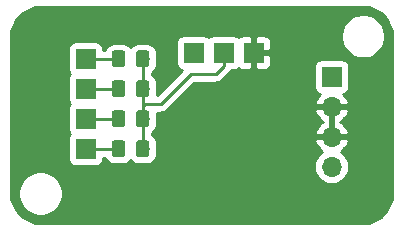
<source format=gbr>
G04 #@! TF.GenerationSoftware,KiCad,Pcbnew,5.1.2-f72e74a~84~ubuntu18.04.1*
G04 #@! TF.CreationDate,2019-07-02T23:06:04+08:00*
G04 #@! TF.ProjectId,cs4354-daughterboard,63733433-3534-42d6-9461-756768746572,rev?*
G04 #@! TF.SameCoordinates,Original*
G04 #@! TF.FileFunction,Copper,L2,Bot*
G04 #@! TF.FilePolarity,Positive*
%FSLAX46Y46*%
G04 Gerber Fmt 4.6, Leading zero omitted, Abs format (unit mm)*
G04 Created by KiCad (PCBNEW 5.1.2-f72e74a~84~ubuntu18.04.1) date 2019-07-02 23:06:04*
%MOMM*%
%LPD*%
G04 APERTURE LIST*
%ADD10C,0.100000*%
%ADD11C,1.150000*%
%ADD12R,1.700000X1.700000*%
%ADD13O,1.700000X1.700000*%
%ADD14C,0.800000*%
%ADD15C,0.250000*%
%ADD16C,0.254000*%
G04 APERTURE END LIST*
D10*
G36*
X133200505Y-67373204D02*
G01*
X133224773Y-67376804D01*
X133248572Y-67382765D01*
X133271671Y-67391030D01*
X133293850Y-67401520D01*
X133314893Y-67414132D01*
X133334599Y-67428747D01*
X133352777Y-67445223D01*
X133369253Y-67463401D01*
X133383868Y-67483107D01*
X133396480Y-67504150D01*
X133406970Y-67526329D01*
X133415235Y-67549428D01*
X133421196Y-67573227D01*
X133424796Y-67597495D01*
X133426000Y-67621999D01*
X133426000Y-68522001D01*
X133424796Y-68546505D01*
X133421196Y-68570773D01*
X133415235Y-68594572D01*
X133406970Y-68617671D01*
X133396480Y-68639850D01*
X133383868Y-68660893D01*
X133369253Y-68680599D01*
X133352777Y-68698777D01*
X133334599Y-68715253D01*
X133314893Y-68729868D01*
X133293850Y-68742480D01*
X133271671Y-68752970D01*
X133248572Y-68761235D01*
X133224773Y-68767196D01*
X133200505Y-68770796D01*
X133176001Y-68772000D01*
X132525999Y-68772000D01*
X132501495Y-68770796D01*
X132477227Y-68767196D01*
X132453428Y-68761235D01*
X132430329Y-68752970D01*
X132408150Y-68742480D01*
X132387107Y-68729868D01*
X132367401Y-68715253D01*
X132349223Y-68698777D01*
X132332747Y-68680599D01*
X132318132Y-68660893D01*
X132305520Y-68639850D01*
X132295030Y-68617671D01*
X132286765Y-68594572D01*
X132280804Y-68570773D01*
X132277204Y-68546505D01*
X132276000Y-68522001D01*
X132276000Y-67621999D01*
X132277204Y-67597495D01*
X132280804Y-67573227D01*
X132286765Y-67549428D01*
X132295030Y-67526329D01*
X132305520Y-67504150D01*
X132318132Y-67483107D01*
X132332747Y-67463401D01*
X132349223Y-67445223D01*
X132367401Y-67428747D01*
X132387107Y-67414132D01*
X132408150Y-67401520D01*
X132430329Y-67391030D01*
X132453428Y-67382765D01*
X132477227Y-67376804D01*
X132501495Y-67373204D01*
X132525999Y-67372000D01*
X133176001Y-67372000D01*
X133200505Y-67373204D01*
X133200505Y-67373204D01*
G37*
D11*
X132851000Y-68072000D03*
D10*
G36*
X131150505Y-67373204D02*
G01*
X131174773Y-67376804D01*
X131198572Y-67382765D01*
X131221671Y-67391030D01*
X131243850Y-67401520D01*
X131264893Y-67414132D01*
X131284599Y-67428747D01*
X131302777Y-67445223D01*
X131319253Y-67463401D01*
X131333868Y-67483107D01*
X131346480Y-67504150D01*
X131356970Y-67526329D01*
X131365235Y-67549428D01*
X131371196Y-67573227D01*
X131374796Y-67597495D01*
X131376000Y-67621999D01*
X131376000Y-68522001D01*
X131374796Y-68546505D01*
X131371196Y-68570773D01*
X131365235Y-68594572D01*
X131356970Y-68617671D01*
X131346480Y-68639850D01*
X131333868Y-68660893D01*
X131319253Y-68680599D01*
X131302777Y-68698777D01*
X131284599Y-68715253D01*
X131264893Y-68729868D01*
X131243850Y-68742480D01*
X131221671Y-68752970D01*
X131198572Y-68761235D01*
X131174773Y-68767196D01*
X131150505Y-68770796D01*
X131126001Y-68772000D01*
X130475999Y-68772000D01*
X130451495Y-68770796D01*
X130427227Y-68767196D01*
X130403428Y-68761235D01*
X130380329Y-68752970D01*
X130358150Y-68742480D01*
X130337107Y-68729868D01*
X130317401Y-68715253D01*
X130299223Y-68698777D01*
X130282747Y-68680599D01*
X130268132Y-68660893D01*
X130255520Y-68639850D01*
X130245030Y-68617671D01*
X130236765Y-68594572D01*
X130230804Y-68570773D01*
X130227204Y-68546505D01*
X130226000Y-68522001D01*
X130226000Y-67621999D01*
X130227204Y-67597495D01*
X130230804Y-67573227D01*
X130236765Y-67549428D01*
X130245030Y-67526329D01*
X130255520Y-67504150D01*
X130268132Y-67483107D01*
X130282747Y-67463401D01*
X130299223Y-67445223D01*
X130317401Y-67428747D01*
X130337107Y-67414132D01*
X130358150Y-67401520D01*
X130380329Y-67391030D01*
X130403428Y-67382765D01*
X130427227Y-67376804D01*
X130451495Y-67373204D01*
X130475999Y-67372000D01*
X131126001Y-67372000D01*
X131150505Y-67373204D01*
X131150505Y-67373204D01*
G37*
D11*
X130801000Y-68072000D03*
D10*
G36*
X133200505Y-64833204D02*
G01*
X133224773Y-64836804D01*
X133248572Y-64842765D01*
X133271671Y-64851030D01*
X133293850Y-64861520D01*
X133314893Y-64874132D01*
X133334599Y-64888747D01*
X133352777Y-64905223D01*
X133369253Y-64923401D01*
X133383868Y-64943107D01*
X133396480Y-64964150D01*
X133406970Y-64986329D01*
X133415235Y-65009428D01*
X133421196Y-65033227D01*
X133424796Y-65057495D01*
X133426000Y-65081999D01*
X133426000Y-65982001D01*
X133424796Y-66006505D01*
X133421196Y-66030773D01*
X133415235Y-66054572D01*
X133406970Y-66077671D01*
X133396480Y-66099850D01*
X133383868Y-66120893D01*
X133369253Y-66140599D01*
X133352777Y-66158777D01*
X133334599Y-66175253D01*
X133314893Y-66189868D01*
X133293850Y-66202480D01*
X133271671Y-66212970D01*
X133248572Y-66221235D01*
X133224773Y-66227196D01*
X133200505Y-66230796D01*
X133176001Y-66232000D01*
X132525999Y-66232000D01*
X132501495Y-66230796D01*
X132477227Y-66227196D01*
X132453428Y-66221235D01*
X132430329Y-66212970D01*
X132408150Y-66202480D01*
X132387107Y-66189868D01*
X132367401Y-66175253D01*
X132349223Y-66158777D01*
X132332747Y-66140599D01*
X132318132Y-66120893D01*
X132305520Y-66099850D01*
X132295030Y-66077671D01*
X132286765Y-66054572D01*
X132280804Y-66030773D01*
X132277204Y-66006505D01*
X132276000Y-65982001D01*
X132276000Y-65081999D01*
X132277204Y-65057495D01*
X132280804Y-65033227D01*
X132286765Y-65009428D01*
X132295030Y-64986329D01*
X132305520Y-64964150D01*
X132318132Y-64943107D01*
X132332747Y-64923401D01*
X132349223Y-64905223D01*
X132367401Y-64888747D01*
X132387107Y-64874132D01*
X132408150Y-64861520D01*
X132430329Y-64851030D01*
X132453428Y-64842765D01*
X132477227Y-64836804D01*
X132501495Y-64833204D01*
X132525999Y-64832000D01*
X133176001Y-64832000D01*
X133200505Y-64833204D01*
X133200505Y-64833204D01*
G37*
D11*
X132851000Y-65532000D03*
D10*
G36*
X131150505Y-64833204D02*
G01*
X131174773Y-64836804D01*
X131198572Y-64842765D01*
X131221671Y-64851030D01*
X131243850Y-64861520D01*
X131264893Y-64874132D01*
X131284599Y-64888747D01*
X131302777Y-64905223D01*
X131319253Y-64923401D01*
X131333868Y-64943107D01*
X131346480Y-64964150D01*
X131356970Y-64986329D01*
X131365235Y-65009428D01*
X131371196Y-65033227D01*
X131374796Y-65057495D01*
X131376000Y-65081999D01*
X131376000Y-65982001D01*
X131374796Y-66006505D01*
X131371196Y-66030773D01*
X131365235Y-66054572D01*
X131356970Y-66077671D01*
X131346480Y-66099850D01*
X131333868Y-66120893D01*
X131319253Y-66140599D01*
X131302777Y-66158777D01*
X131284599Y-66175253D01*
X131264893Y-66189868D01*
X131243850Y-66202480D01*
X131221671Y-66212970D01*
X131198572Y-66221235D01*
X131174773Y-66227196D01*
X131150505Y-66230796D01*
X131126001Y-66232000D01*
X130475999Y-66232000D01*
X130451495Y-66230796D01*
X130427227Y-66227196D01*
X130403428Y-66221235D01*
X130380329Y-66212970D01*
X130358150Y-66202480D01*
X130337107Y-66189868D01*
X130317401Y-66175253D01*
X130299223Y-66158777D01*
X130282747Y-66140599D01*
X130268132Y-66120893D01*
X130255520Y-66099850D01*
X130245030Y-66077671D01*
X130236765Y-66054572D01*
X130230804Y-66030773D01*
X130227204Y-66006505D01*
X130226000Y-65982001D01*
X130226000Y-65081999D01*
X130227204Y-65057495D01*
X130230804Y-65033227D01*
X130236765Y-65009428D01*
X130245030Y-64986329D01*
X130255520Y-64964150D01*
X130268132Y-64943107D01*
X130282747Y-64923401D01*
X130299223Y-64905223D01*
X130317401Y-64888747D01*
X130337107Y-64874132D01*
X130358150Y-64861520D01*
X130380329Y-64851030D01*
X130403428Y-64842765D01*
X130427227Y-64836804D01*
X130451495Y-64833204D01*
X130475999Y-64832000D01*
X131126001Y-64832000D01*
X131150505Y-64833204D01*
X131150505Y-64833204D01*
G37*
D11*
X130801000Y-65532000D03*
D10*
G36*
X133200505Y-62293204D02*
G01*
X133224773Y-62296804D01*
X133248572Y-62302765D01*
X133271671Y-62311030D01*
X133293850Y-62321520D01*
X133314893Y-62334132D01*
X133334599Y-62348747D01*
X133352777Y-62365223D01*
X133369253Y-62383401D01*
X133383868Y-62403107D01*
X133396480Y-62424150D01*
X133406970Y-62446329D01*
X133415235Y-62469428D01*
X133421196Y-62493227D01*
X133424796Y-62517495D01*
X133426000Y-62541999D01*
X133426000Y-63442001D01*
X133424796Y-63466505D01*
X133421196Y-63490773D01*
X133415235Y-63514572D01*
X133406970Y-63537671D01*
X133396480Y-63559850D01*
X133383868Y-63580893D01*
X133369253Y-63600599D01*
X133352777Y-63618777D01*
X133334599Y-63635253D01*
X133314893Y-63649868D01*
X133293850Y-63662480D01*
X133271671Y-63672970D01*
X133248572Y-63681235D01*
X133224773Y-63687196D01*
X133200505Y-63690796D01*
X133176001Y-63692000D01*
X132525999Y-63692000D01*
X132501495Y-63690796D01*
X132477227Y-63687196D01*
X132453428Y-63681235D01*
X132430329Y-63672970D01*
X132408150Y-63662480D01*
X132387107Y-63649868D01*
X132367401Y-63635253D01*
X132349223Y-63618777D01*
X132332747Y-63600599D01*
X132318132Y-63580893D01*
X132305520Y-63559850D01*
X132295030Y-63537671D01*
X132286765Y-63514572D01*
X132280804Y-63490773D01*
X132277204Y-63466505D01*
X132276000Y-63442001D01*
X132276000Y-62541999D01*
X132277204Y-62517495D01*
X132280804Y-62493227D01*
X132286765Y-62469428D01*
X132295030Y-62446329D01*
X132305520Y-62424150D01*
X132318132Y-62403107D01*
X132332747Y-62383401D01*
X132349223Y-62365223D01*
X132367401Y-62348747D01*
X132387107Y-62334132D01*
X132408150Y-62321520D01*
X132430329Y-62311030D01*
X132453428Y-62302765D01*
X132477227Y-62296804D01*
X132501495Y-62293204D01*
X132525999Y-62292000D01*
X133176001Y-62292000D01*
X133200505Y-62293204D01*
X133200505Y-62293204D01*
G37*
D11*
X132851000Y-62992000D03*
D10*
G36*
X131150505Y-62293204D02*
G01*
X131174773Y-62296804D01*
X131198572Y-62302765D01*
X131221671Y-62311030D01*
X131243850Y-62321520D01*
X131264893Y-62334132D01*
X131284599Y-62348747D01*
X131302777Y-62365223D01*
X131319253Y-62383401D01*
X131333868Y-62403107D01*
X131346480Y-62424150D01*
X131356970Y-62446329D01*
X131365235Y-62469428D01*
X131371196Y-62493227D01*
X131374796Y-62517495D01*
X131376000Y-62541999D01*
X131376000Y-63442001D01*
X131374796Y-63466505D01*
X131371196Y-63490773D01*
X131365235Y-63514572D01*
X131356970Y-63537671D01*
X131346480Y-63559850D01*
X131333868Y-63580893D01*
X131319253Y-63600599D01*
X131302777Y-63618777D01*
X131284599Y-63635253D01*
X131264893Y-63649868D01*
X131243850Y-63662480D01*
X131221671Y-63672970D01*
X131198572Y-63681235D01*
X131174773Y-63687196D01*
X131150505Y-63690796D01*
X131126001Y-63692000D01*
X130475999Y-63692000D01*
X130451495Y-63690796D01*
X130427227Y-63687196D01*
X130403428Y-63681235D01*
X130380329Y-63672970D01*
X130358150Y-63662480D01*
X130337107Y-63649868D01*
X130317401Y-63635253D01*
X130299223Y-63618777D01*
X130282747Y-63600599D01*
X130268132Y-63580893D01*
X130255520Y-63559850D01*
X130245030Y-63537671D01*
X130236765Y-63514572D01*
X130230804Y-63490773D01*
X130227204Y-63466505D01*
X130226000Y-63442001D01*
X130226000Y-62541999D01*
X130227204Y-62517495D01*
X130230804Y-62493227D01*
X130236765Y-62469428D01*
X130245030Y-62446329D01*
X130255520Y-62424150D01*
X130268132Y-62403107D01*
X130282747Y-62383401D01*
X130299223Y-62365223D01*
X130317401Y-62348747D01*
X130337107Y-62334132D01*
X130358150Y-62321520D01*
X130380329Y-62311030D01*
X130403428Y-62302765D01*
X130427227Y-62296804D01*
X130451495Y-62293204D01*
X130475999Y-62292000D01*
X131126001Y-62292000D01*
X131150505Y-62293204D01*
X131150505Y-62293204D01*
G37*
D11*
X130801000Y-62992000D03*
D10*
G36*
X133200505Y-59753204D02*
G01*
X133224773Y-59756804D01*
X133248572Y-59762765D01*
X133271671Y-59771030D01*
X133293850Y-59781520D01*
X133314893Y-59794132D01*
X133334599Y-59808747D01*
X133352777Y-59825223D01*
X133369253Y-59843401D01*
X133383868Y-59863107D01*
X133396480Y-59884150D01*
X133406970Y-59906329D01*
X133415235Y-59929428D01*
X133421196Y-59953227D01*
X133424796Y-59977495D01*
X133426000Y-60001999D01*
X133426000Y-60902001D01*
X133424796Y-60926505D01*
X133421196Y-60950773D01*
X133415235Y-60974572D01*
X133406970Y-60997671D01*
X133396480Y-61019850D01*
X133383868Y-61040893D01*
X133369253Y-61060599D01*
X133352777Y-61078777D01*
X133334599Y-61095253D01*
X133314893Y-61109868D01*
X133293850Y-61122480D01*
X133271671Y-61132970D01*
X133248572Y-61141235D01*
X133224773Y-61147196D01*
X133200505Y-61150796D01*
X133176001Y-61152000D01*
X132525999Y-61152000D01*
X132501495Y-61150796D01*
X132477227Y-61147196D01*
X132453428Y-61141235D01*
X132430329Y-61132970D01*
X132408150Y-61122480D01*
X132387107Y-61109868D01*
X132367401Y-61095253D01*
X132349223Y-61078777D01*
X132332747Y-61060599D01*
X132318132Y-61040893D01*
X132305520Y-61019850D01*
X132295030Y-60997671D01*
X132286765Y-60974572D01*
X132280804Y-60950773D01*
X132277204Y-60926505D01*
X132276000Y-60902001D01*
X132276000Y-60001999D01*
X132277204Y-59977495D01*
X132280804Y-59953227D01*
X132286765Y-59929428D01*
X132295030Y-59906329D01*
X132305520Y-59884150D01*
X132318132Y-59863107D01*
X132332747Y-59843401D01*
X132349223Y-59825223D01*
X132367401Y-59808747D01*
X132387107Y-59794132D01*
X132408150Y-59781520D01*
X132430329Y-59771030D01*
X132453428Y-59762765D01*
X132477227Y-59756804D01*
X132501495Y-59753204D01*
X132525999Y-59752000D01*
X133176001Y-59752000D01*
X133200505Y-59753204D01*
X133200505Y-59753204D01*
G37*
D11*
X132851000Y-60452000D03*
D10*
G36*
X131150505Y-59753204D02*
G01*
X131174773Y-59756804D01*
X131198572Y-59762765D01*
X131221671Y-59771030D01*
X131243850Y-59781520D01*
X131264893Y-59794132D01*
X131284599Y-59808747D01*
X131302777Y-59825223D01*
X131319253Y-59843401D01*
X131333868Y-59863107D01*
X131346480Y-59884150D01*
X131356970Y-59906329D01*
X131365235Y-59929428D01*
X131371196Y-59953227D01*
X131374796Y-59977495D01*
X131376000Y-60001999D01*
X131376000Y-60902001D01*
X131374796Y-60926505D01*
X131371196Y-60950773D01*
X131365235Y-60974572D01*
X131356970Y-60997671D01*
X131346480Y-61019850D01*
X131333868Y-61040893D01*
X131319253Y-61060599D01*
X131302777Y-61078777D01*
X131284599Y-61095253D01*
X131264893Y-61109868D01*
X131243850Y-61122480D01*
X131221671Y-61132970D01*
X131198572Y-61141235D01*
X131174773Y-61147196D01*
X131150505Y-61150796D01*
X131126001Y-61152000D01*
X130475999Y-61152000D01*
X130451495Y-61150796D01*
X130427227Y-61147196D01*
X130403428Y-61141235D01*
X130380329Y-61132970D01*
X130358150Y-61122480D01*
X130337107Y-61109868D01*
X130317401Y-61095253D01*
X130299223Y-61078777D01*
X130282747Y-61060599D01*
X130268132Y-61040893D01*
X130255520Y-61019850D01*
X130245030Y-60997671D01*
X130236765Y-60974572D01*
X130230804Y-60950773D01*
X130227204Y-60926505D01*
X130226000Y-60902001D01*
X130226000Y-60001999D01*
X130227204Y-59977495D01*
X130230804Y-59953227D01*
X130236765Y-59929428D01*
X130245030Y-59906329D01*
X130255520Y-59884150D01*
X130268132Y-59863107D01*
X130282747Y-59843401D01*
X130299223Y-59825223D01*
X130317401Y-59808747D01*
X130337107Y-59794132D01*
X130358150Y-59781520D01*
X130380329Y-59771030D01*
X130403428Y-59762765D01*
X130427227Y-59756804D01*
X130451495Y-59753204D01*
X130475999Y-59752000D01*
X131126001Y-59752000D01*
X131150505Y-59753204D01*
X131150505Y-59753204D01*
G37*
D11*
X130801000Y-60452000D03*
D12*
X137160000Y-59944000D03*
X142240000Y-59944000D03*
D13*
X148844000Y-69596000D03*
X148844000Y-67056000D03*
X148844000Y-64516000D03*
D12*
X148844000Y-61976000D03*
X128016000Y-68072000D03*
X128016000Y-65532000D03*
X128016000Y-62992000D03*
X128016000Y-60479741D03*
X139700000Y-59944000D03*
D14*
X135382000Y-68072000D03*
X142367000Y-68961000D03*
D15*
X139700000Y-61044000D02*
X139700000Y-59944000D01*
X139022000Y-61722000D02*
X139700000Y-61044000D01*
X139022000Y-61722000D02*
X136906000Y-61722000D01*
X136906000Y-61722000D02*
X134366000Y-64262000D01*
X134366000Y-64262000D02*
X133096000Y-64262000D01*
X133096000Y-64262000D02*
X132851000Y-64507000D01*
X132851000Y-60452000D02*
X132851000Y-64507000D01*
X132851000Y-64507000D02*
X132851000Y-68072000D01*
X130801000Y-65532000D02*
X128016000Y-65532000D01*
X128016000Y-62992000D02*
X130801000Y-62992000D01*
X128043741Y-60452000D02*
X128016000Y-60479741D01*
X130801000Y-60452000D02*
X128043741Y-60452000D01*
X127771000Y-67827000D02*
X128016000Y-68072000D01*
X129116000Y-68072000D02*
X130801000Y-68072000D01*
X128016000Y-68072000D02*
X129116000Y-68072000D01*
D16*
G36*
X153010233Y-56569969D02*
G01*
X153488030Y-57047766D01*
X154001000Y-58073707D01*
X154001000Y-58513354D01*
X154001001Y-71848343D01*
X154001000Y-71848353D01*
X154001000Y-72355293D01*
X153488030Y-73381234D01*
X153010233Y-73859031D01*
X151984294Y-74372000D01*
X123732707Y-74372000D01*
X122706766Y-73859030D01*
X122228969Y-73381233D01*
X121716000Y-72355294D01*
X121716000Y-71696344D01*
X122321000Y-71696344D01*
X122321000Y-72067656D01*
X122393439Y-72431834D01*
X122535534Y-72774882D01*
X122741825Y-73083618D01*
X123004382Y-73346175D01*
X123313118Y-73552466D01*
X123656166Y-73694561D01*
X124020344Y-73767000D01*
X124391656Y-73767000D01*
X124755834Y-73694561D01*
X125098882Y-73552466D01*
X125407618Y-73346175D01*
X125670175Y-73083618D01*
X125876466Y-72774882D01*
X126018561Y-72431834D01*
X126091000Y-72067656D01*
X126091000Y-71696344D01*
X126018561Y-71332166D01*
X125876466Y-70989118D01*
X125670175Y-70680382D01*
X125407618Y-70417825D01*
X125098882Y-70211534D01*
X124755834Y-70069439D01*
X124391656Y-69997000D01*
X124020344Y-69997000D01*
X123656166Y-70069439D01*
X123313118Y-70211534D01*
X123004382Y-70417825D01*
X122741825Y-70680382D01*
X122535534Y-70989118D01*
X122393439Y-71332166D01*
X122321000Y-71696344D01*
X121716000Y-71696344D01*
X121716000Y-69596000D01*
X147351815Y-69596000D01*
X147380487Y-69887111D01*
X147465401Y-70167034D01*
X147603294Y-70425014D01*
X147788866Y-70651134D01*
X148014986Y-70836706D01*
X148272966Y-70974599D01*
X148552889Y-71059513D01*
X148771050Y-71081000D01*
X148916950Y-71081000D01*
X149135111Y-71059513D01*
X149415034Y-70974599D01*
X149673014Y-70836706D01*
X149899134Y-70651134D01*
X150084706Y-70425014D01*
X150222599Y-70167034D01*
X150307513Y-69887111D01*
X150336185Y-69596000D01*
X150307513Y-69304889D01*
X150222599Y-69024966D01*
X150084706Y-68766986D01*
X149899134Y-68540866D01*
X149673014Y-68355294D01*
X149608477Y-68320799D01*
X149725355Y-68251178D01*
X149941588Y-68056269D01*
X150115641Y-67822920D01*
X150240825Y-67560099D01*
X150285476Y-67412890D01*
X150164155Y-67183000D01*
X148971000Y-67183000D01*
X148971000Y-67203000D01*
X148717000Y-67203000D01*
X148717000Y-67183000D01*
X147523845Y-67183000D01*
X147402524Y-67412890D01*
X147447175Y-67560099D01*
X147572359Y-67822920D01*
X147746412Y-68056269D01*
X147962645Y-68251178D01*
X148079523Y-68320799D01*
X148014986Y-68355294D01*
X147788866Y-68540866D01*
X147603294Y-68766986D01*
X147465401Y-69024966D01*
X147380487Y-69304889D01*
X147351815Y-69596000D01*
X121716000Y-69596000D01*
X121716000Y-59629741D01*
X126527928Y-59629741D01*
X126527928Y-61329741D01*
X126540188Y-61454223D01*
X126576498Y-61573921D01*
X126635463Y-61684235D01*
X126677839Y-61735870D01*
X126635463Y-61787506D01*
X126576498Y-61897820D01*
X126540188Y-62017518D01*
X126527928Y-62142000D01*
X126527928Y-63842000D01*
X126540188Y-63966482D01*
X126576498Y-64086180D01*
X126635463Y-64196494D01*
X126689222Y-64262000D01*
X126635463Y-64327506D01*
X126576498Y-64437820D01*
X126540188Y-64557518D01*
X126527928Y-64682000D01*
X126527928Y-66382000D01*
X126540188Y-66506482D01*
X126576498Y-66626180D01*
X126635463Y-66736494D01*
X126689222Y-66802000D01*
X126635463Y-66867506D01*
X126576498Y-66977820D01*
X126540188Y-67097518D01*
X126527928Y-67222000D01*
X126527928Y-68922000D01*
X126540188Y-69046482D01*
X126576498Y-69166180D01*
X126635463Y-69276494D01*
X126714815Y-69373185D01*
X126811506Y-69452537D01*
X126921820Y-69511502D01*
X127041518Y-69547812D01*
X127166000Y-69560072D01*
X128866000Y-69560072D01*
X128990482Y-69547812D01*
X129110180Y-69511502D01*
X129220494Y-69452537D01*
X129317185Y-69373185D01*
X129396537Y-69276494D01*
X129455502Y-69166180D01*
X129491812Y-69046482D01*
X129504072Y-68922000D01*
X129504072Y-68832000D01*
X129646473Y-68832000D01*
X129655528Y-68861851D01*
X129737595Y-69015387D01*
X129848038Y-69149962D01*
X129982613Y-69260405D01*
X130136149Y-69342472D01*
X130302745Y-69393008D01*
X130475999Y-69410072D01*
X131126001Y-69410072D01*
X131299255Y-69393008D01*
X131465851Y-69342472D01*
X131619387Y-69260405D01*
X131753962Y-69149962D01*
X131826000Y-69062184D01*
X131898038Y-69149962D01*
X132032613Y-69260405D01*
X132186149Y-69342472D01*
X132352745Y-69393008D01*
X132525999Y-69410072D01*
X133176001Y-69410072D01*
X133349255Y-69393008D01*
X133515851Y-69342472D01*
X133669387Y-69260405D01*
X133803962Y-69149962D01*
X133914405Y-69015387D01*
X133996472Y-68861851D01*
X134047008Y-68695255D01*
X134064072Y-68522001D01*
X134064072Y-67621999D01*
X134047008Y-67448745D01*
X133996472Y-67282149D01*
X133914405Y-67128613D01*
X133803962Y-66994038D01*
X133669387Y-66883595D01*
X133611000Y-66852386D01*
X133611000Y-66751614D01*
X133669387Y-66720405D01*
X133803962Y-66609962D01*
X133914405Y-66475387D01*
X133996472Y-66321851D01*
X134047008Y-66155255D01*
X134064072Y-65982001D01*
X134064072Y-65081999D01*
X134058163Y-65022000D01*
X134328678Y-65022000D01*
X134366000Y-65025676D01*
X134403322Y-65022000D01*
X134403333Y-65022000D01*
X134514986Y-65011003D01*
X134658247Y-64967546D01*
X134790276Y-64896974D01*
X134819622Y-64872890D01*
X147402524Y-64872890D01*
X147447175Y-65020099D01*
X147572359Y-65282920D01*
X147746412Y-65516269D01*
X147962645Y-65711178D01*
X148088255Y-65786000D01*
X147962645Y-65860822D01*
X147746412Y-66055731D01*
X147572359Y-66289080D01*
X147447175Y-66551901D01*
X147402524Y-66699110D01*
X147523845Y-66929000D01*
X148717000Y-66929000D01*
X148717000Y-64643000D01*
X148971000Y-64643000D01*
X148971000Y-66929000D01*
X150164155Y-66929000D01*
X150285476Y-66699110D01*
X150240825Y-66551901D01*
X150115641Y-66289080D01*
X149941588Y-66055731D01*
X149725355Y-65860822D01*
X149599745Y-65786000D01*
X149725355Y-65711178D01*
X149941588Y-65516269D01*
X150115641Y-65282920D01*
X150240825Y-65020099D01*
X150285476Y-64872890D01*
X150164155Y-64643000D01*
X148971000Y-64643000D01*
X148717000Y-64643000D01*
X147523845Y-64643000D01*
X147402524Y-64872890D01*
X134819622Y-64872890D01*
X134906001Y-64802001D01*
X134929804Y-64772997D01*
X137220803Y-62482000D01*
X138984678Y-62482000D01*
X139022000Y-62485676D01*
X139059322Y-62482000D01*
X139059333Y-62482000D01*
X139170986Y-62471003D01*
X139314247Y-62427546D01*
X139446276Y-62356974D01*
X139562001Y-62262001D01*
X139585803Y-62232998D01*
X140211004Y-61607798D01*
X140240001Y-61584001D01*
X140334974Y-61468276D01*
X140354326Y-61432072D01*
X140550000Y-61432072D01*
X140674482Y-61419812D01*
X140794180Y-61383502D01*
X140904494Y-61324537D01*
X140970000Y-61270778D01*
X141035506Y-61324537D01*
X141145820Y-61383502D01*
X141265518Y-61419812D01*
X141390000Y-61432072D01*
X141954250Y-61429000D01*
X142113000Y-61270250D01*
X142113000Y-60071000D01*
X142367000Y-60071000D01*
X142367000Y-61270250D01*
X142525750Y-61429000D01*
X143090000Y-61432072D01*
X143214482Y-61419812D01*
X143334180Y-61383502D01*
X143444494Y-61324537D01*
X143541185Y-61245185D01*
X143620537Y-61148494D01*
X143632560Y-61126000D01*
X147355928Y-61126000D01*
X147355928Y-62826000D01*
X147368188Y-62950482D01*
X147404498Y-63070180D01*
X147463463Y-63180494D01*
X147542815Y-63277185D01*
X147639506Y-63356537D01*
X147749820Y-63415502D01*
X147830466Y-63439966D01*
X147746412Y-63515731D01*
X147572359Y-63749080D01*
X147447175Y-64011901D01*
X147402524Y-64159110D01*
X147523845Y-64389000D01*
X148717000Y-64389000D01*
X148717000Y-64369000D01*
X148971000Y-64369000D01*
X148971000Y-64389000D01*
X150164155Y-64389000D01*
X150285476Y-64159110D01*
X150240825Y-64011901D01*
X150115641Y-63749080D01*
X149941588Y-63515731D01*
X149857534Y-63439966D01*
X149938180Y-63415502D01*
X150048494Y-63356537D01*
X150145185Y-63277185D01*
X150224537Y-63180494D01*
X150283502Y-63070180D01*
X150319812Y-62950482D01*
X150332072Y-62826000D01*
X150332072Y-61126000D01*
X150319812Y-61001518D01*
X150283502Y-60881820D01*
X150224537Y-60771506D01*
X150145185Y-60674815D01*
X150048494Y-60595463D01*
X149938180Y-60536498D01*
X149818482Y-60500188D01*
X149694000Y-60487928D01*
X147994000Y-60487928D01*
X147869518Y-60500188D01*
X147749820Y-60536498D01*
X147639506Y-60595463D01*
X147542815Y-60674815D01*
X147463463Y-60771506D01*
X147404498Y-60881820D01*
X147368188Y-61001518D01*
X147355928Y-61126000D01*
X143632560Y-61126000D01*
X143679502Y-61038180D01*
X143715812Y-60918482D01*
X143728072Y-60794000D01*
X143725000Y-60229750D01*
X143566250Y-60071000D01*
X142367000Y-60071000D01*
X142113000Y-60071000D01*
X142093000Y-60071000D01*
X142093000Y-59817000D01*
X142113000Y-59817000D01*
X142113000Y-58617750D01*
X142367000Y-58617750D01*
X142367000Y-59817000D01*
X143566250Y-59817000D01*
X143725000Y-59658250D01*
X143728072Y-59094000D01*
X143715812Y-58969518D01*
X143679502Y-58849820D01*
X143620537Y-58739506D01*
X143541185Y-58642815D01*
X143444494Y-58563463D01*
X143334180Y-58504498D01*
X143214482Y-58468188D01*
X143090000Y-58455928D01*
X142525750Y-58459000D01*
X142367000Y-58617750D01*
X142113000Y-58617750D01*
X141954250Y-58459000D01*
X141390000Y-58455928D01*
X141265518Y-58468188D01*
X141145820Y-58504498D01*
X141035506Y-58563463D01*
X140970000Y-58617222D01*
X140904494Y-58563463D01*
X140794180Y-58504498D01*
X140674482Y-58468188D01*
X140550000Y-58455928D01*
X138850000Y-58455928D01*
X138725518Y-58468188D01*
X138605820Y-58504498D01*
X138495506Y-58563463D01*
X138430000Y-58617222D01*
X138364494Y-58563463D01*
X138254180Y-58504498D01*
X138134482Y-58468188D01*
X138010000Y-58455928D01*
X136310000Y-58455928D01*
X136185518Y-58468188D01*
X136065820Y-58504498D01*
X135955506Y-58563463D01*
X135858815Y-58642815D01*
X135779463Y-58739506D01*
X135720498Y-58849820D01*
X135684188Y-58969518D01*
X135671928Y-59094000D01*
X135671928Y-60794000D01*
X135684188Y-60918482D01*
X135720498Y-61038180D01*
X135779463Y-61148494D01*
X135858815Y-61245185D01*
X135955506Y-61324537D01*
X136065820Y-61383502D01*
X136145519Y-61407678D01*
X134058923Y-63494275D01*
X134064072Y-63442001D01*
X134064072Y-62541999D01*
X134047008Y-62368745D01*
X133996472Y-62202149D01*
X133914405Y-62048613D01*
X133803962Y-61914038D01*
X133669387Y-61803595D01*
X133611000Y-61772386D01*
X133611000Y-61671614D01*
X133669387Y-61640405D01*
X133803962Y-61529962D01*
X133914405Y-61395387D01*
X133996472Y-61241851D01*
X134047008Y-61075255D01*
X134064072Y-60902001D01*
X134064072Y-60001999D01*
X134047008Y-59828745D01*
X133996472Y-59662149D01*
X133914405Y-59508613D01*
X133803962Y-59374038D01*
X133669387Y-59263595D01*
X133515851Y-59181528D01*
X133349255Y-59130992D01*
X133176001Y-59113928D01*
X132525999Y-59113928D01*
X132352745Y-59130992D01*
X132186149Y-59181528D01*
X132032613Y-59263595D01*
X131898038Y-59374038D01*
X131826000Y-59461816D01*
X131753962Y-59374038D01*
X131619387Y-59263595D01*
X131465851Y-59181528D01*
X131299255Y-59130992D01*
X131126001Y-59113928D01*
X130475999Y-59113928D01*
X130302745Y-59130992D01*
X130136149Y-59181528D01*
X129982613Y-59263595D01*
X129848038Y-59374038D01*
X129737595Y-59508613D01*
X129655528Y-59662149D01*
X129646473Y-59692000D01*
X129504072Y-59692000D01*
X129504072Y-59629741D01*
X129491812Y-59505259D01*
X129455502Y-59385561D01*
X129396537Y-59275247D01*
X129317185Y-59178556D01*
X129220494Y-59099204D01*
X129110180Y-59040239D01*
X128990482Y-59003929D01*
X128866000Y-58991669D01*
X127166000Y-58991669D01*
X127041518Y-59003929D01*
X126921820Y-59040239D01*
X126811506Y-59099204D01*
X126714815Y-59178556D01*
X126635463Y-59275247D01*
X126576498Y-59385561D01*
X126540188Y-59505259D01*
X126527928Y-59629741D01*
X121716000Y-59629741D01*
X121716000Y-58361344D01*
X149626000Y-58361344D01*
X149626000Y-58732656D01*
X149698439Y-59096834D01*
X149840534Y-59439882D01*
X150046825Y-59748618D01*
X150309382Y-60011175D01*
X150618118Y-60217466D01*
X150961166Y-60359561D01*
X151325344Y-60432000D01*
X151696656Y-60432000D01*
X152060834Y-60359561D01*
X152403882Y-60217466D01*
X152712618Y-60011175D01*
X152975175Y-59748618D01*
X153181466Y-59439882D01*
X153323561Y-59096834D01*
X153396000Y-58732656D01*
X153396000Y-58361344D01*
X153323561Y-57997166D01*
X153181466Y-57654118D01*
X152975175Y-57345382D01*
X152712618Y-57082825D01*
X152403882Y-56876534D01*
X152060834Y-56734439D01*
X151696656Y-56662000D01*
X151325344Y-56662000D01*
X150961166Y-56734439D01*
X150618118Y-56876534D01*
X150309382Y-57082825D01*
X150046825Y-57345382D01*
X149840534Y-57654118D01*
X149698439Y-57997166D01*
X149626000Y-58361344D01*
X121716000Y-58361344D01*
X121716000Y-58073706D01*
X122228969Y-57047767D01*
X122706766Y-56569970D01*
X123732707Y-56057000D01*
X151984294Y-56057000D01*
X153010233Y-56569969D01*
X153010233Y-56569969D01*
G37*
X153010233Y-56569969D02*
X153488030Y-57047766D01*
X154001000Y-58073707D01*
X154001000Y-58513354D01*
X154001001Y-71848343D01*
X154001000Y-71848353D01*
X154001000Y-72355293D01*
X153488030Y-73381234D01*
X153010233Y-73859031D01*
X151984294Y-74372000D01*
X123732707Y-74372000D01*
X122706766Y-73859030D01*
X122228969Y-73381233D01*
X121716000Y-72355294D01*
X121716000Y-71696344D01*
X122321000Y-71696344D01*
X122321000Y-72067656D01*
X122393439Y-72431834D01*
X122535534Y-72774882D01*
X122741825Y-73083618D01*
X123004382Y-73346175D01*
X123313118Y-73552466D01*
X123656166Y-73694561D01*
X124020344Y-73767000D01*
X124391656Y-73767000D01*
X124755834Y-73694561D01*
X125098882Y-73552466D01*
X125407618Y-73346175D01*
X125670175Y-73083618D01*
X125876466Y-72774882D01*
X126018561Y-72431834D01*
X126091000Y-72067656D01*
X126091000Y-71696344D01*
X126018561Y-71332166D01*
X125876466Y-70989118D01*
X125670175Y-70680382D01*
X125407618Y-70417825D01*
X125098882Y-70211534D01*
X124755834Y-70069439D01*
X124391656Y-69997000D01*
X124020344Y-69997000D01*
X123656166Y-70069439D01*
X123313118Y-70211534D01*
X123004382Y-70417825D01*
X122741825Y-70680382D01*
X122535534Y-70989118D01*
X122393439Y-71332166D01*
X122321000Y-71696344D01*
X121716000Y-71696344D01*
X121716000Y-69596000D01*
X147351815Y-69596000D01*
X147380487Y-69887111D01*
X147465401Y-70167034D01*
X147603294Y-70425014D01*
X147788866Y-70651134D01*
X148014986Y-70836706D01*
X148272966Y-70974599D01*
X148552889Y-71059513D01*
X148771050Y-71081000D01*
X148916950Y-71081000D01*
X149135111Y-71059513D01*
X149415034Y-70974599D01*
X149673014Y-70836706D01*
X149899134Y-70651134D01*
X150084706Y-70425014D01*
X150222599Y-70167034D01*
X150307513Y-69887111D01*
X150336185Y-69596000D01*
X150307513Y-69304889D01*
X150222599Y-69024966D01*
X150084706Y-68766986D01*
X149899134Y-68540866D01*
X149673014Y-68355294D01*
X149608477Y-68320799D01*
X149725355Y-68251178D01*
X149941588Y-68056269D01*
X150115641Y-67822920D01*
X150240825Y-67560099D01*
X150285476Y-67412890D01*
X150164155Y-67183000D01*
X148971000Y-67183000D01*
X148971000Y-67203000D01*
X148717000Y-67203000D01*
X148717000Y-67183000D01*
X147523845Y-67183000D01*
X147402524Y-67412890D01*
X147447175Y-67560099D01*
X147572359Y-67822920D01*
X147746412Y-68056269D01*
X147962645Y-68251178D01*
X148079523Y-68320799D01*
X148014986Y-68355294D01*
X147788866Y-68540866D01*
X147603294Y-68766986D01*
X147465401Y-69024966D01*
X147380487Y-69304889D01*
X147351815Y-69596000D01*
X121716000Y-69596000D01*
X121716000Y-59629741D01*
X126527928Y-59629741D01*
X126527928Y-61329741D01*
X126540188Y-61454223D01*
X126576498Y-61573921D01*
X126635463Y-61684235D01*
X126677839Y-61735870D01*
X126635463Y-61787506D01*
X126576498Y-61897820D01*
X126540188Y-62017518D01*
X126527928Y-62142000D01*
X126527928Y-63842000D01*
X126540188Y-63966482D01*
X126576498Y-64086180D01*
X126635463Y-64196494D01*
X126689222Y-64262000D01*
X126635463Y-64327506D01*
X126576498Y-64437820D01*
X126540188Y-64557518D01*
X126527928Y-64682000D01*
X126527928Y-66382000D01*
X126540188Y-66506482D01*
X126576498Y-66626180D01*
X126635463Y-66736494D01*
X126689222Y-66802000D01*
X126635463Y-66867506D01*
X126576498Y-66977820D01*
X126540188Y-67097518D01*
X126527928Y-67222000D01*
X126527928Y-68922000D01*
X126540188Y-69046482D01*
X126576498Y-69166180D01*
X126635463Y-69276494D01*
X126714815Y-69373185D01*
X126811506Y-69452537D01*
X126921820Y-69511502D01*
X127041518Y-69547812D01*
X127166000Y-69560072D01*
X128866000Y-69560072D01*
X128990482Y-69547812D01*
X129110180Y-69511502D01*
X129220494Y-69452537D01*
X129317185Y-69373185D01*
X129396537Y-69276494D01*
X129455502Y-69166180D01*
X129491812Y-69046482D01*
X129504072Y-68922000D01*
X129504072Y-68832000D01*
X129646473Y-68832000D01*
X129655528Y-68861851D01*
X129737595Y-69015387D01*
X129848038Y-69149962D01*
X129982613Y-69260405D01*
X130136149Y-69342472D01*
X130302745Y-69393008D01*
X130475999Y-69410072D01*
X131126001Y-69410072D01*
X131299255Y-69393008D01*
X131465851Y-69342472D01*
X131619387Y-69260405D01*
X131753962Y-69149962D01*
X131826000Y-69062184D01*
X131898038Y-69149962D01*
X132032613Y-69260405D01*
X132186149Y-69342472D01*
X132352745Y-69393008D01*
X132525999Y-69410072D01*
X133176001Y-69410072D01*
X133349255Y-69393008D01*
X133515851Y-69342472D01*
X133669387Y-69260405D01*
X133803962Y-69149962D01*
X133914405Y-69015387D01*
X133996472Y-68861851D01*
X134047008Y-68695255D01*
X134064072Y-68522001D01*
X134064072Y-67621999D01*
X134047008Y-67448745D01*
X133996472Y-67282149D01*
X133914405Y-67128613D01*
X133803962Y-66994038D01*
X133669387Y-66883595D01*
X133611000Y-66852386D01*
X133611000Y-66751614D01*
X133669387Y-66720405D01*
X133803962Y-66609962D01*
X133914405Y-66475387D01*
X133996472Y-66321851D01*
X134047008Y-66155255D01*
X134064072Y-65982001D01*
X134064072Y-65081999D01*
X134058163Y-65022000D01*
X134328678Y-65022000D01*
X134366000Y-65025676D01*
X134403322Y-65022000D01*
X134403333Y-65022000D01*
X134514986Y-65011003D01*
X134658247Y-64967546D01*
X134790276Y-64896974D01*
X134819622Y-64872890D01*
X147402524Y-64872890D01*
X147447175Y-65020099D01*
X147572359Y-65282920D01*
X147746412Y-65516269D01*
X147962645Y-65711178D01*
X148088255Y-65786000D01*
X147962645Y-65860822D01*
X147746412Y-66055731D01*
X147572359Y-66289080D01*
X147447175Y-66551901D01*
X147402524Y-66699110D01*
X147523845Y-66929000D01*
X148717000Y-66929000D01*
X148717000Y-64643000D01*
X148971000Y-64643000D01*
X148971000Y-66929000D01*
X150164155Y-66929000D01*
X150285476Y-66699110D01*
X150240825Y-66551901D01*
X150115641Y-66289080D01*
X149941588Y-66055731D01*
X149725355Y-65860822D01*
X149599745Y-65786000D01*
X149725355Y-65711178D01*
X149941588Y-65516269D01*
X150115641Y-65282920D01*
X150240825Y-65020099D01*
X150285476Y-64872890D01*
X150164155Y-64643000D01*
X148971000Y-64643000D01*
X148717000Y-64643000D01*
X147523845Y-64643000D01*
X147402524Y-64872890D01*
X134819622Y-64872890D01*
X134906001Y-64802001D01*
X134929804Y-64772997D01*
X137220803Y-62482000D01*
X138984678Y-62482000D01*
X139022000Y-62485676D01*
X139059322Y-62482000D01*
X139059333Y-62482000D01*
X139170986Y-62471003D01*
X139314247Y-62427546D01*
X139446276Y-62356974D01*
X139562001Y-62262001D01*
X139585803Y-62232998D01*
X140211004Y-61607798D01*
X140240001Y-61584001D01*
X140334974Y-61468276D01*
X140354326Y-61432072D01*
X140550000Y-61432072D01*
X140674482Y-61419812D01*
X140794180Y-61383502D01*
X140904494Y-61324537D01*
X140970000Y-61270778D01*
X141035506Y-61324537D01*
X141145820Y-61383502D01*
X141265518Y-61419812D01*
X141390000Y-61432072D01*
X141954250Y-61429000D01*
X142113000Y-61270250D01*
X142113000Y-60071000D01*
X142367000Y-60071000D01*
X142367000Y-61270250D01*
X142525750Y-61429000D01*
X143090000Y-61432072D01*
X143214482Y-61419812D01*
X143334180Y-61383502D01*
X143444494Y-61324537D01*
X143541185Y-61245185D01*
X143620537Y-61148494D01*
X143632560Y-61126000D01*
X147355928Y-61126000D01*
X147355928Y-62826000D01*
X147368188Y-62950482D01*
X147404498Y-63070180D01*
X147463463Y-63180494D01*
X147542815Y-63277185D01*
X147639506Y-63356537D01*
X147749820Y-63415502D01*
X147830466Y-63439966D01*
X147746412Y-63515731D01*
X147572359Y-63749080D01*
X147447175Y-64011901D01*
X147402524Y-64159110D01*
X147523845Y-64389000D01*
X148717000Y-64389000D01*
X148717000Y-64369000D01*
X148971000Y-64369000D01*
X148971000Y-64389000D01*
X150164155Y-64389000D01*
X150285476Y-64159110D01*
X150240825Y-64011901D01*
X150115641Y-63749080D01*
X149941588Y-63515731D01*
X149857534Y-63439966D01*
X149938180Y-63415502D01*
X150048494Y-63356537D01*
X150145185Y-63277185D01*
X150224537Y-63180494D01*
X150283502Y-63070180D01*
X150319812Y-62950482D01*
X150332072Y-62826000D01*
X150332072Y-61126000D01*
X150319812Y-61001518D01*
X150283502Y-60881820D01*
X150224537Y-60771506D01*
X150145185Y-60674815D01*
X150048494Y-60595463D01*
X149938180Y-60536498D01*
X149818482Y-60500188D01*
X149694000Y-60487928D01*
X147994000Y-60487928D01*
X147869518Y-60500188D01*
X147749820Y-60536498D01*
X147639506Y-60595463D01*
X147542815Y-60674815D01*
X147463463Y-60771506D01*
X147404498Y-60881820D01*
X147368188Y-61001518D01*
X147355928Y-61126000D01*
X143632560Y-61126000D01*
X143679502Y-61038180D01*
X143715812Y-60918482D01*
X143728072Y-60794000D01*
X143725000Y-60229750D01*
X143566250Y-60071000D01*
X142367000Y-60071000D01*
X142113000Y-60071000D01*
X142093000Y-60071000D01*
X142093000Y-59817000D01*
X142113000Y-59817000D01*
X142113000Y-58617750D01*
X142367000Y-58617750D01*
X142367000Y-59817000D01*
X143566250Y-59817000D01*
X143725000Y-59658250D01*
X143728072Y-59094000D01*
X143715812Y-58969518D01*
X143679502Y-58849820D01*
X143620537Y-58739506D01*
X143541185Y-58642815D01*
X143444494Y-58563463D01*
X143334180Y-58504498D01*
X143214482Y-58468188D01*
X143090000Y-58455928D01*
X142525750Y-58459000D01*
X142367000Y-58617750D01*
X142113000Y-58617750D01*
X141954250Y-58459000D01*
X141390000Y-58455928D01*
X141265518Y-58468188D01*
X141145820Y-58504498D01*
X141035506Y-58563463D01*
X140970000Y-58617222D01*
X140904494Y-58563463D01*
X140794180Y-58504498D01*
X140674482Y-58468188D01*
X140550000Y-58455928D01*
X138850000Y-58455928D01*
X138725518Y-58468188D01*
X138605820Y-58504498D01*
X138495506Y-58563463D01*
X138430000Y-58617222D01*
X138364494Y-58563463D01*
X138254180Y-58504498D01*
X138134482Y-58468188D01*
X138010000Y-58455928D01*
X136310000Y-58455928D01*
X136185518Y-58468188D01*
X136065820Y-58504498D01*
X135955506Y-58563463D01*
X135858815Y-58642815D01*
X135779463Y-58739506D01*
X135720498Y-58849820D01*
X135684188Y-58969518D01*
X135671928Y-59094000D01*
X135671928Y-60794000D01*
X135684188Y-60918482D01*
X135720498Y-61038180D01*
X135779463Y-61148494D01*
X135858815Y-61245185D01*
X135955506Y-61324537D01*
X136065820Y-61383502D01*
X136145519Y-61407678D01*
X134058923Y-63494275D01*
X134064072Y-63442001D01*
X134064072Y-62541999D01*
X134047008Y-62368745D01*
X133996472Y-62202149D01*
X133914405Y-62048613D01*
X133803962Y-61914038D01*
X133669387Y-61803595D01*
X133611000Y-61772386D01*
X133611000Y-61671614D01*
X133669387Y-61640405D01*
X133803962Y-61529962D01*
X133914405Y-61395387D01*
X133996472Y-61241851D01*
X134047008Y-61075255D01*
X134064072Y-60902001D01*
X134064072Y-60001999D01*
X134047008Y-59828745D01*
X133996472Y-59662149D01*
X133914405Y-59508613D01*
X133803962Y-59374038D01*
X133669387Y-59263595D01*
X133515851Y-59181528D01*
X133349255Y-59130992D01*
X133176001Y-59113928D01*
X132525999Y-59113928D01*
X132352745Y-59130992D01*
X132186149Y-59181528D01*
X132032613Y-59263595D01*
X131898038Y-59374038D01*
X131826000Y-59461816D01*
X131753962Y-59374038D01*
X131619387Y-59263595D01*
X131465851Y-59181528D01*
X131299255Y-59130992D01*
X131126001Y-59113928D01*
X130475999Y-59113928D01*
X130302745Y-59130992D01*
X130136149Y-59181528D01*
X129982613Y-59263595D01*
X129848038Y-59374038D01*
X129737595Y-59508613D01*
X129655528Y-59662149D01*
X129646473Y-59692000D01*
X129504072Y-59692000D01*
X129504072Y-59629741D01*
X129491812Y-59505259D01*
X129455502Y-59385561D01*
X129396537Y-59275247D01*
X129317185Y-59178556D01*
X129220494Y-59099204D01*
X129110180Y-59040239D01*
X128990482Y-59003929D01*
X128866000Y-58991669D01*
X127166000Y-58991669D01*
X127041518Y-59003929D01*
X126921820Y-59040239D01*
X126811506Y-59099204D01*
X126714815Y-59178556D01*
X126635463Y-59275247D01*
X126576498Y-59385561D01*
X126540188Y-59505259D01*
X126527928Y-59629741D01*
X121716000Y-59629741D01*
X121716000Y-58361344D01*
X149626000Y-58361344D01*
X149626000Y-58732656D01*
X149698439Y-59096834D01*
X149840534Y-59439882D01*
X150046825Y-59748618D01*
X150309382Y-60011175D01*
X150618118Y-60217466D01*
X150961166Y-60359561D01*
X151325344Y-60432000D01*
X151696656Y-60432000D01*
X152060834Y-60359561D01*
X152403882Y-60217466D01*
X152712618Y-60011175D01*
X152975175Y-59748618D01*
X153181466Y-59439882D01*
X153323561Y-59096834D01*
X153396000Y-58732656D01*
X153396000Y-58361344D01*
X153323561Y-57997166D01*
X153181466Y-57654118D01*
X152975175Y-57345382D01*
X152712618Y-57082825D01*
X152403882Y-56876534D01*
X152060834Y-56734439D01*
X151696656Y-56662000D01*
X151325344Y-56662000D01*
X150961166Y-56734439D01*
X150618118Y-56876534D01*
X150309382Y-57082825D01*
X150046825Y-57345382D01*
X149840534Y-57654118D01*
X149698439Y-57997166D01*
X149626000Y-58361344D01*
X121716000Y-58361344D01*
X121716000Y-58073706D01*
X122228969Y-57047767D01*
X122706766Y-56569970D01*
X123732707Y-56057000D01*
X151984294Y-56057000D01*
X153010233Y-56569969D01*
M02*

</source>
